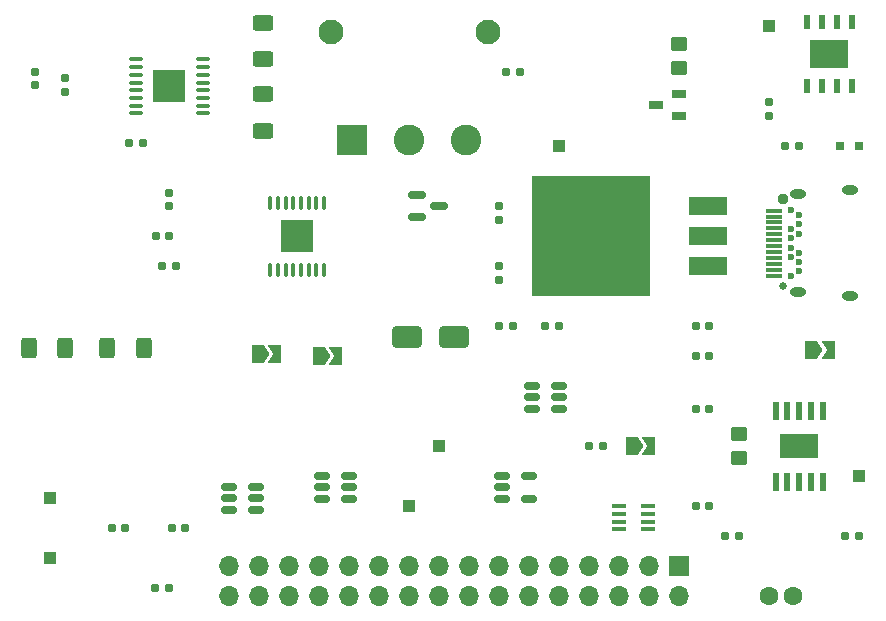
<source format=gts>
%TF.GenerationSoftware,KiCad,Pcbnew,7.0.1*%
%TF.CreationDate,2025-03-28T02:07:50+02:00*%
%TF.ProjectId,PowerCircuit_V6,506f7765-7243-4697-9263-7569745f5636,rev?*%
%TF.SameCoordinates,Original*%
%TF.FileFunction,Soldermask,Top*%
%TF.FilePolarity,Negative*%
%FSLAX46Y46*%
G04 Gerber Fmt 4.6, Leading zero omitted, Abs format (unit mm)*
G04 Created by KiCad (PCBNEW 7.0.1) date 2025-03-28 02:07:50*
%MOMM*%
%LPD*%
G01*
G04 APERTURE LIST*
G04 Aperture macros list*
%AMRoundRect*
0 Rectangle with rounded corners*
0 $1 Rounding radius*
0 $2 $3 $4 $5 $6 $7 $8 $9 X,Y pos of 4 corners*
0 Add a 4 corners polygon primitive as box body*
4,1,4,$2,$3,$4,$5,$6,$7,$8,$9,$2,$3,0*
0 Add four circle primitives for the rounded corners*
1,1,$1+$1,$2,$3*
1,1,$1+$1,$4,$5*
1,1,$1+$1,$6,$7*
1,1,$1+$1,$8,$9*
0 Add four rect primitives between the rounded corners*
20,1,$1+$1,$2,$3,$4,$5,0*
20,1,$1+$1,$4,$5,$6,$7,0*
20,1,$1+$1,$6,$7,$8,$9,0*
20,1,$1+$1,$8,$9,$2,$3,0*%
%AMFreePoly0*
4,1,6,1.000000,0.000000,0.500000,-0.750000,-0.500000,-0.750000,-0.500000,0.750000,0.500000,0.750000,1.000000,0.000000,1.000000,0.000000,$1*%
%AMFreePoly1*
4,1,6,0.500000,-0.750000,-0.650000,-0.750000,-0.150000,0.000000,-0.650000,0.750000,0.500000,0.750000,0.500000,-0.750000,0.500000,-0.750000,$1*%
G04 Aperture macros list end*
%ADD10RoundRect,0.150000X-0.512500X-0.150000X0.512500X-0.150000X0.512500X0.150000X-0.512500X0.150000X0*%
%ADD11R,1.000000X1.000000*%
%ADD12RoundRect,0.160000X-0.197500X-0.160000X0.197500X-0.160000X0.197500X0.160000X-0.197500X0.160000X0*%
%ADD13R,0.600000X1.500000*%
%ADD14R,3.300000X2.100000*%
%ADD15R,3.300000X1.510998*%
%ADD16R,10.020015X10.122022*%
%ADD17R,2.600000X2.600000*%
%ADD18C,2.600000*%
%ADD19C,2.100000*%
%ADD20RoundRect,0.250000X0.450000X-0.350000X0.450000X0.350000X-0.450000X0.350000X-0.450000X-0.350000X0*%
%ADD21RoundRect,0.155000X-0.212500X-0.155000X0.212500X-0.155000X0.212500X0.155000X-0.212500X0.155000X0*%
%ADD22R,1.250013X0.700000*%
%ADD23RoundRect,0.250000X-0.400000X-0.625000X0.400000X-0.625000X0.400000X0.625000X-0.400000X0.625000X0*%
%ADD24FreePoly0,0.000000*%
%ADD25FreePoly1,0.000000*%
%ADD26O,1.251994X0.364008*%
%ADD27O,1.300000X0.350013*%
%ADD28R,2.740005X2.740005*%
%ADD29C,0.649987*%
%ADD30C,0.950013*%
%ADD31O,1.400000X0.800000*%
%ADD32R,1.400000X0.300000*%
%ADD33C,0.600000*%
%ADD34RoundRect,0.155000X0.155000X-0.212500X0.155000X0.212500X-0.155000X0.212500X-0.155000X-0.212500X0*%
%ADD35O,0.350013X1.300000*%
%ADD36RoundRect,0.250000X0.400000X0.625000X-0.400000X0.625000X-0.400000X-0.625000X0.400000X-0.625000X0*%
%ADD37R,0.800000X0.800000*%
%ADD38RoundRect,0.250000X0.625000X-0.400000X0.625000X0.400000X-0.625000X0.400000X-0.625000X-0.400000X0*%
%ADD39R,1.700000X1.700000*%
%ADD40O,1.700000X1.700000*%
%ADD41RoundRect,0.150000X-0.587500X-0.150000X0.587500X-0.150000X0.587500X0.150000X-0.587500X0.150000X0*%
%ADD42C,1.600000*%
%ADD43R,0.600000X1.300000*%
%ADD44R,3.300000X2.400000*%
%ADD45RoundRect,0.160000X0.160000X-0.197500X0.160000X0.197500X-0.160000X0.197500X-0.160000X-0.197500X0*%
%ADD46RoundRect,0.250000X-1.000000X-0.650000X1.000000X-0.650000X1.000000X0.650000X-1.000000X0.650000X0*%
G04 APERTURE END LIST*
D10*
%TO.C,U4*%
X200660000Y-117780165D03*
X200660000Y-118730165D03*
X200660000Y-119680165D03*
X202935000Y-119680165D03*
X202935000Y-118730165D03*
X202935000Y-117780165D03*
%TD*%
D11*
%TO.C,TP6*%
X185529263Y-118730165D03*
%TD*%
D12*
%TO.C,R9*%
X242645000Y-121920000D03*
X243840000Y-121920000D03*
%TD*%
D13*
%TO.C,U9*%
X246920076Y-117300127D03*
X247920076Y-117300127D03*
X248920076Y-117300127D03*
X249920076Y-117300127D03*
X250920076Y-117300127D03*
X250920076Y-111300127D03*
X249920076Y-111299873D03*
X248920076Y-111299873D03*
X247920076Y-111299873D03*
X246920076Y-111300127D03*
D14*
X248920076Y-114299873D03*
%TD*%
D15*
%TO.C,U10*%
X241171816Y-99060005D03*
X241171816Y-96520000D03*
X241171816Y-93979995D03*
D16*
X231268082Y-96520000D03*
%TD*%
D17*
%TO.C,U7*%
X211100025Y-88420076D03*
D18*
X215900127Y-88420076D03*
X220699975Y-88420076D03*
D19*
X222550114Y-79219924D03*
X209249886Y-79219924D03*
%TD*%
D20*
%TO.C,R13*%
X238760000Y-82280000D03*
X238760000Y-80280000D03*
%TD*%
D21*
%TO.C,C8*%
X194445000Y-96520000D03*
X195580000Y-96520000D03*
%TD*%
D22*
%TO.C,U14*%
X238760000Y-86359962D03*
X238760000Y-84460038D03*
X236760000Y-85410000D03*
%TD*%
D10*
%TO.C,U2*%
X226325000Y-109220000D03*
X226325000Y-110170000D03*
X226325000Y-111120000D03*
X228600000Y-111120000D03*
X228600000Y-110170000D03*
X228600000Y-109220000D03*
%TD*%
D11*
%TO.C,TP3*%
X228600000Y-88900000D03*
%TD*%
D23*
%TO.C,R7*%
X190323863Y-106030165D03*
X193423863Y-106030165D03*
%TD*%
D24*
%TO.C,JP3*%
X208280000Y-106680000D03*
D25*
X209730000Y-106680000D03*
%TD*%
D26*
%TO.C,U13*%
X236132160Y-121330208D03*
X236132160Y-120680221D03*
X236132160Y-120030233D03*
X236132160Y-119379992D03*
X233680040Y-119379992D03*
X233680040Y-120030233D03*
X233680040Y-120680221D03*
X233680040Y-121330208D03*
%TD*%
D27*
%TO.C,U12*%
X198430013Y-86110183D03*
X198430013Y-85460195D03*
X198430013Y-84810208D03*
X198430013Y-84159967D03*
X198430013Y-83509979D03*
X198430013Y-82859992D03*
X198430013Y-82210005D03*
X198430013Y-81560017D03*
X192729987Y-81560017D03*
X192729987Y-82210005D03*
X192729987Y-82859992D03*
X192729987Y-83509979D03*
X192729987Y-84159967D03*
X192729987Y-84810208D03*
X192729987Y-85460195D03*
X192729987Y-86110183D03*
D28*
X195580000Y-83835100D03*
%TD*%
D29*
%TO.C,U8*%
X247569999Y-100709949D03*
D30*
X247569999Y-93360191D03*
D31*
X248819936Y-92980206D03*
X248819936Y-101240048D03*
X253209826Y-101599967D03*
X253209826Y-92620033D03*
D32*
X246819174Y-99859301D03*
X246819174Y-99360191D03*
X246819174Y-98861080D03*
X246819174Y-98360699D03*
X246819174Y-97860318D03*
X246819174Y-97359936D03*
X246819174Y-96859555D03*
X246819174Y-96359174D03*
X246819174Y-95860064D03*
X246819174Y-95360953D03*
X246819174Y-94860572D03*
X246819174Y-94360191D03*
D33*
X248219986Y-94310152D03*
X248920012Y-94710203D03*
X248920012Y-95510051D03*
X248219986Y-95910102D03*
X248920012Y-96310152D03*
X248219986Y-96710203D03*
X248219986Y-97510051D03*
X248920012Y-97910102D03*
X248219986Y-98310152D03*
X248920012Y-98710203D03*
X248920012Y-99510051D03*
X248219986Y-99910102D03*
%TD*%
D34*
%TO.C,C15*%
X223520000Y-95115000D03*
X223520000Y-93980000D03*
%TD*%
D35*
%TO.C,U1*%
X204134917Y-99370013D03*
X204784905Y-99370013D03*
X205434892Y-99370013D03*
X206085133Y-99370013D03*
X206735121Y-99370013D03*
X207385108Y-99370013D03*
X208035095Y-99370013D03*
X208685083Y-99370013D03*
X208685083Y-93669987D03*
X208035095Y-93669987D03*
X207385108Y-93669987D03*
X206735121Y-93669987D03*
X206085133Y-93669987D03*
X205434892Y-93669987D03*
X204784905Y-93669987D03*
X204134917Y-93669987D03*
D28*
X206410000Y-96520000D03*
%TD*%
D21*
%TO.C,C13*%
X240165000Y-119380000D03*
X241300000Y-119380000D03*
%TD*%
D11*
%TO.C,TP2*%
X246380000Y-78740000D03*
%TD*%
D21*
%TO.C,C9*%
X195818863Y-121270165D03*
X196953863Y-121270165D03*
%TD*%
D34*
%TO.C,C14*%
X223520000Y-100195000D03*
X223520000Y-99060000D03*
%TD*%
D21*
%TO.C,C2*%
X240165000Y-106680000D03*
X241300000Y-106680000D03*
%TD*%
D36*
%TO.C,R6*%
X186793863Y-106030165D03*
X183693863Y-106030165D03*
%TD*%
D11*
%TO.C,TP5*%
X218440000Y-114300000D03*
%TD*%
D20*
%TO.C,R8*%
X243840000Y-115300000D03*
X243840000Y-113300000D03*
%TD*%
D37*
%TO.C,LED1*%
X252401033Y-88900227D03*
X253999967Y-88899973D03*
%TD*%
D24*
%TO.C,JP1*%
X249960000Y-106140000D03*
D25*
X251410000Y-106140000D03*
%TD*%
D38*
%TO.C,R4*%
X203510000Y-81530000D03*
X203510000Y-78430000D03*
%TD*%
D39*
%TO.C,J1*%
X238760000Y-124460000D03*
D40*
X238760000Y-127000000D03*
X236220000Y-124460000D03*
X236220000Y-127000000D03*
X233680000Y-124460000D03*
X233680000Y-127000000D03*
X231140000Y-124460000D03*
X231140000Y-127000000D03*
X228600000Y-124460000D03*
X228600000Y-127000000D03*
X226060000Y-124460000D03*
X226060000Y-127000000D03*
X223520000Y-124460000D03*
X223520000Y-127000000D03*
X220980000Y-124460000D03*
X220980000Y-127000000D03*
X218440000Y-124460000D03*
X218440000Y-127000000D03*
X215900000Y-124460000D03*
X215900000Y-127000000D03*
X213360000Y-124460000D03*
X213360000Y-127000000D03*
X210820000Y-124460000D03*
X210820000Y-127000000D03*
X208280000Y-124460000D03*
X208280000Y-127000000D03*
X205740000Y-124460000D03*
X205740000Y-127000000D03*
X203200000Y-124460000D03*
X203200000Y-127000000D03*
X200660000Y-124460000D03*
X200660000Y-127000000D03*
%TD*%
D11*
%TO.C,TP4*%
X215900000Y-119380000D03*
%TD*%
D34*
%TO.C,C4*%
X186793863Y-84305165D03*
X186793863Y-83170165D03*
%TD*%
D12*
%TO.C,R10*%
X252805000Y-121920000D03*
X254000000Y-121920000D03*
%TD*%
D21*
%TO.C,C7*%
X190738863Y-121270165D03*
X191873863Y-121270165D03*
%TD*%
D24*
%TO.C,JP4*%
X203123863Y-106538165D03*
D25*
X204573863Y-106538165D03*
%TD*%
D10*
%TO.C,U5*%
X208545000Y-116840000D03*
X208545000Y-117790000D03*
X208545000Y-118740000D03*
X210820000Y-118740000D03*
X210820000Y-117790000D03*
X210820000Y-116840000D03*
%TD*%
D34*
%TO.C,C11*%
X195580000Y-93980000D03*
X195580000Y-92845000D03*
%TD*%
D12*
%TO.C,R14*%
X231140000Y-114300000D03*
X232335000Y-114300000D03*
%TD*%
D21*
%TO.C,C3*%
X240165000Y-111190000D03*
X241300000Y-111190000D03*
%TD*%
D41*
%TO.C,Q1*%
X216565000Y-93030000D03*
X216565000Y-94930000D03*
X218440000Y-93980000D03*
%TD*%
D34*
%TO.C,C5*%
X184253863Y-83737665D03*
X184253863Y-82602665D03*
%TD*%
D21*
%TO.C,C12*%
X195012500Y-99060000D03*
X196147500Y-99060000D03*
%TD*%
D38*
%TO.C,R5*%
X203510000Y-87600000D03*
X203510000Y-84500000D03*
%TD*%
D24*
%TO.C,JP2*%
X234770000Y-114300000D03*
D25*
X236220000Y-114300000D03*
%TD*%
D42*
%TO.C,CN1*%
X248380000Y-127000000D03*
X246380000Y-127000000D03*
%TD*%
D11*
%TO.C,TP7*%
X185529263Y-123810165D03*
%TD*%
D21*
%TO.C,C1*%
X240165000Y-104140000D03*
X241300000Y-104140000D03*
%TD*%
D12*
%TO.C,R1*%
X227405000Y-104140000D03*
X228600000Y-104140000D03*
%TD*%
D10*
%TO.C,U3*%
X223785000Y-116840000D03*
X223785000Y-117790000D03*
X223785000Y-118740000D03*
X226060000Y-118740000D03*
X226060000Y-116840000D03*
%TD*%
D21*
%TO.C,C6*%
X192215000Y-88590000D03*
X193350000Y-88590000D03*
%TD*%
D12*
%TO.C,R11*%
X247725000Y-88900000D03*
X248920000Y-88900000D03*
%TD*%
D43*
%TO.C,U11*%
X249554920Y-83819973D03*
X250824923Y-83819973D03*
X252094925Y-83819973D03*
X253364928Y-83819973D03*
X253364928Y-78420176D03*
X252094925Y-78420176D03*
X250824923Y-78420176D03*
X249554920Y-78420176D03*
D44*
X251459924Y-81119948D03*
%TD*%
D45*
%TO.C,R12*%
X246380000Y-86360000D03*
X246380000Y-85165000D03*
%TD*%
D12*
%TO.C,R3*%
X224100000Y-82630000D03*
X225295000Y-82630000D03*
%TD*%
D46*
%TO.C,D1*%
X215685000Y-105030000D03*
X219685000Y-105030000D03*
%TD*%
D12*
%TO.C,R2*%
X223520000Y-104130000D03*
X224715000Y-104130000D03*
%TD*%
D21*
%TO.C,C10*%
X194413863Y-126350165D03*
X195548863Y-126350165D03*
%TD*%
D11*
%TO.C,TP1*%
X254000000Y-116840000D03*
%TD*%
M02*

</source>
